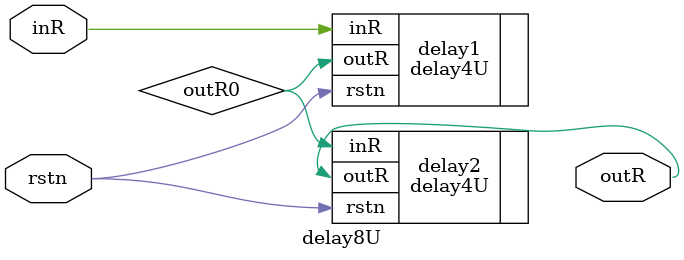
<source format=v>
`timescale 1ns / 1ps

module delay8U(inR, outR, rstn);
input inR, rstn;
output outR;

wire outR0;


delay4U delay1(.inR(inR), .outR(outR0), .rstn(rstn));
delay4U delay2(.inR(outR0), .outR(outR), .rstn(rstn));
endmodule


</source>
